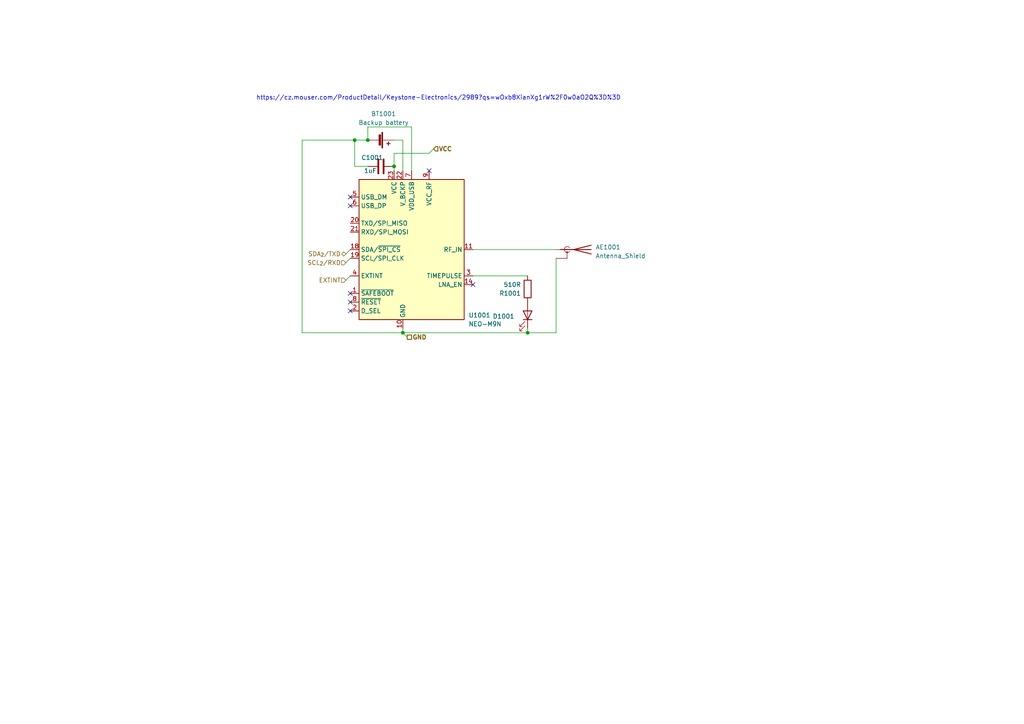
<source format=kicad_sch>
(kicad_sch (version 20211123) (generator eeschema)
  (paper "A4")
  (title_block (title "CanSat 2023") (rev "2022") (company "The Project SkyFall") (comment 1 "David Haisman"))
  (lib_symbols
    (symbol "Device:Antenna_Shield" (pin_numbers hide) (pin_names (offset 1.016) hide)
      (property "Reference" "AE" (at -1.905 4.445 0))
      (property "Value" "Antenna_Shield" (at -1.905 2.54 0))
      (symbol "Antenna_Shield_0_1"
        (arc (start -0.508 -1.143) (mid -0.8429 -2.1194) (end 0 -2.667))
        (arc (start 0 -2.667) (mid 0.7989 -2.1052) (end 0.508 -1.143))
        (polyline (pts (xy 0 -2.54) (xy 0 0)))
        (polyline (pts (xy 0 5.08) (xy 0 -3.81)) (stroke (width 0.254)))
        (polyline (pts (xy 0.762 -1.905) (xy 2.54 -1.905)))
        (polyline (pts (xy 2.54 -2.54) (xy 2.54 -1.905)))
        (polyline (pts (xy 1.27 5.08) (xy 0 0) (xy -1.27 5.08)) (stroke (width 0.254)))
        (circle (center 0.762 -1.905) (radius 0.1778) (fill (type outline)))
      )
      (symbol "Antenna_Shield_1_1"
        (pin input line (at 0 -5.08 90) (length 2.54) (name "A") (number "1"))
        (pin input line (at 2.54 -5.08 90) (length 2.54) (name "Shield") (number "2"))
      )
    )
    (symbol "Device:Battery_Cell" (pin_numbers hide) (pin_names (offset 0) hide)
      (property "Reference" "BT" (at 2.54 2.54 0))
      (property "Value" "Battery_Cell" (at 2.54 0 0))
      (symbol "Battery_Cell_0_1"
        (rectangle (start -2.286 1.778) (end 2.286 1.524) (fill (type outline)))
        (rectangle (start -1.5748 1.1938) (end 1.4732 0.6858) (fill (type outline)))
        (polyline (pts (xy 0 0.762) (xy 0 0)))
        (polyline (pts (xy 0 1.778) (xy 0 2.54)))
        (polyline (pts (xy 0.508 3.429) (xy 1.524 3.429)) (stroke (width 0.254)))
        (polyline (pts (xy 1.016 3.937) (xy 1.016 2.921)) (stroke (width 0.254)))
      )
      (symbol "Battery_Cell_1_1"
        (pin passive line (at 0 5.08 270) (length 2.54) (name "+") (number "1"))
        (pin passive line (at 0 -2.54 90) (length 2.54) (name "-") (number "2"))
      )
    )
    (symbol "Device:C" (pin_numbers hide) (pin_names (offset 0.254))
      (property "Reference" "C" (at 0.635 2.54 0))
      (property "Value" "C" (at 0.635 -2.54 0))
      (symbol "C_0_1"
        (polyline (pts (xy -2.032 -0.762) (xy 2.032 -0.762)) (stroke (width 0.508)))
        (polyline (pts (xy -2.032 0.762) (xy 2.032 0.762)) (stroke (width 0.508)))
      )
      (symbol "C_1_1"
        (pin passive line (at 0 3.81 270) (length 2.794) (name "~") (number "1"))
        (pin passive line (at 0 -3.81 90) (length 2.794) (name "~") (number "2"))
      )
    )
    (symbol "Device:LED" (pin_numbers hide) (pin_names (offset 1.016) hide)
      (property "Reference" "D" (at 0 2.54 0))
      (property "Value" "LED" (at 0 -2.54 0))
      (symbol "LED_0_1"
        (polyline (pts (xy -1.27 -1.27) (xy -1.27 1.27)) (stroke (width 0.254)))
        (polyline (pts (xy -1.27 0) (xy 1.27 0)))
        (polyline (pts (xy 1.27 -1.27) (xy 1.27 1.27) (xy -1.27 0) (xy 1.27 -1.27)) (stroke (width 0.254)))
        (polyline (pts (xy -3.048 -0.762) (xy -4.572 -2.286) (xy -3.81 -2.286) (xy -4.572 -2.286) (xy -4.572 -1.524)))
        (polyline (pts (xy -1.778 -0.762) (xy -3.302 -2.286) (xy -2.54 -2.286) (xy -3.302 -2.286) (xy -3.302 -1.524)))
      )
      (symbol "LED_1_1"
        (pin passive line (at -3.81 0 0) (length 2.54) (name "K") (number "1"))
        (pin passive line (at 3.81 0 180) (length 2.54) (name "A") (number "2"))
      )
    )
    (symbol "Device:R" (pin_numbers hide) (pin_names (offset 0))
      (property "Reference" "R" (at 2.032 0 90))
      (property "Value" "R" (at 0 0 90))
      (symbol "R_0_1"
        (rectangle (start -1.016 -2.54) (end 1.016 2.54) (stroke (width 0.254)))
      )
      (symbol "R_1_1"
        (pin passive line (at 0 3.81 270) (length 1.27) (name "~") (number "1"))
        (pin passive line (at 0 -3.81 90) (length 1.27) (name "~") (number "2"))
      )
    )
    (symbol "Dovolená:NEO-M9N"
      (property "Reference" "U" (at -13.97 21.59 0))
      (property "Value" "NEO-M9N" (at 11.43 21.59 0))
      (symbol "NEO-M9N_0_1"
        (rectangle (start -15.24 20.32) (end 15.24 -20.32) (stroke (width 0.254)) (fill (type background)))
      )
      (symbol "NEO-M9N_1_1"
        (pin input line (at -17.78 -12.7 0) (length 2.54) (name "~{SAFEBOOT}") (number "1"))
        (pin power_in line (at -2.54 -22.86 90) (length 2.54) (name "GND") (number "10"))
        (pin input line (at 17.78 0 180) (length 2.54) (name "RF_IN") (number "11"))
        (pin passive line (at 2.54 -22.86 90) (length 2.54) hide (name "GND") (number "12"))
        (pin passive line (at -5.08 -22.86 90) (length 2.54) hide (name "GND") (number "13"))
        (pin output line (at 17.78 -10.16 180) (length 2.54) (name "LNA_EN") (number "14"))
        (pin no_connect line (at 15.24 -12.7 180) (length 2.54) hide (name "RESERVED") (number "15"))
        (pin no_connect line (at 15.24 -15.24 180) (length 2.54) hide (name "RESERVED") (number "16"))
        (pin no_connect line (at 15.24 -17.78 180) (length 2.54) hide (name "RESERVED") (number "17"))
        (pin bidirectional line (at -17.78 0 0) (length 2.54) (name "SDA/~{SPI_CS}") (number "18"))
        (pin input line (at -17.78 -2.54 0) (length 2.54) (name "SCL/SPI_CLK") (number "19"))
        (pin input line (at -17.78 -17.78 0) (length 2.54) (name "D_SEL") (number "2"))
        (pin output line (at -17.78 7.62 0) (length 2.54) (name "TXD/SPI_MISO") (number "20"))
        (pin input line (at -17.78 5.08 0) (length 2.54) (name "RXD/SPI_MOSI") (number "21"))
        (pin power_in line (at -2.54 22.86 270) (length 2.54) (name "V_BCKP") (number "22"))
        (pin power_in line (at -5.08 22.86 270) (length 2.54) (name "VCC") (number "23"))
        (pin passive line (at 0 -22.86 90) (length 2.54) hide (name "GND") (number "24"))
        (pin output line (at 17.78 -7.62 180) (length 2.54) (name "TIMEPULSE") (number "3"))
        (pin input line (at -17.78 -7.62 0) (length 2.54) (name "EXTINT") (number "4"))
        (pin bidirectional line (at -17.78 15.24 0) (length 2.54) (name "USB_DM") (number "5"))
        (pin bidirectional line (at -17.78 12.7 0) (length 2.54) (name "USB_DP") (number "6"))
        (pin power_in line (at 0 22.86 270) (length 2.54) (name "VDD_USB") (number "7"))
        (pin input line (at -17.78 -15.24 0) (length 2.54) (name "~{RESET}") (number "8"))
        (pin power_out line (at 5.08 22.86 270) (length 2.54) (name "VCC_RF") (number "9"))
      )
    )
  )
  (junction (at 106.68 40.64))
  (junction (at 116.84 96.52))
  (junction (at 102.87 40.64))
  (junction (at 153.035 96.52))
  (junction (at 114.3 48.26))
  (no_connect (at 101.6 87.63))
  (no_connect (at 124.46 49.53))
  (no_connect (at 101.6 90.17))
  (no_connect (at 101.6 85.09))
  (no_connect (at 137.16 82.55))
  (no_connect (at 101.6 57.15))
  (no_connect (at 101.6 59.69))
  (wire (pts (xy 114.3 44.45) (xy 124.46 44.45)))
  (wire (pts (xy 116.84 96.52) (xy 153.035 96.52)))
  (wire (pts (xy 114.3 48.26) (xy 114.3 49.53)))
  (wire (pts (xy 119.38 36.83) (xy 106.68 36.83)))
  (wire (pts (xy 102.87 40.64) (xy 106.68 40.64)))
  (wire (pts (xy 119.38 36.83) (xy 119.38 49.53)))
  (wire (pts (xy 137.16 80.01) (xy 153.035 80.01)))
  (wire (pts (xy 153.035 95.25) (xy 153.035 96.52)))
  (wire (pts (xy 87.63 40.64) (xy 102.87 40.64)))
  (wire (pts (xy 116.84 95.25) (xy 116.84 96.52)))
  (wire (pts (xy 161.29 74.93) (xy 161.29 96.52)))
  (wire (pts (xy 114.3 40.64) (xy 116.84 40.64)))
  (wire (pts (xy 125.73 43.18) (xy 124.46 44.45)))
  (wire (pts (xy 100.33 76.2) (xy 101.6 74.93)))
  (wire (pts (xy 116.84 96.52) (xy 87.63 96.52)))
  (wire (pts (xy 102.87 48.26) (xy 102.87 40.64)))
  (wire (pts (xy 106.68 36.83) (xy 106.68 40.64)))
  (wire (pts (xy 106.68 48.26) (xy 102.87 48.26)))
  (wire (pts (xy 114.3 48.26) (xy 114.3 44.45)))
  (wire (pts (xy 116.84 96.52) (xy 118.11 97.79)))
  (wire (pts (xy 137.16 72.39) (xy 161.29 72.39)))
  (wire (pts (xy 153.035 96.52) (xy 161.29 96.52)))
  (wire (pts (xy 100.33 73.66) (xy 101.6 72.39)))
  (wire (pts (xy 87.63 96.52) (xy 87.63 40.64)))
  (wire (pts (xy 116.84 49.53) (xy 116.84 40.64)))
  (wire (pts (xy 100.33 81.28) (xy 101.6 80.01)))
  (text "https://cz.mouser.com/ProductDetail/Keystone-Electronics/2989?qs=wOxb8XianXg1rW%2F0w0aO2Q%3D%3D" (at 74.295 29.21 0) (effects (font (size 1.27 1.27)) (justify left bottom)))
  (hierarchical_label "VCC" (shape input) (at 125.73 43.18 0) (effects (font bold)))
  (hierarchical_label "EXTINT" (shape input) (at 100.33 81.28 180))
  (hierarchical_label "GND" (shape passive) (at 118.11 97.79 0) (effects (font (thickness 0.254) bold)))
  (hierarchical_label "SCL_{2}{slash}RXD" (shape input) (at 100.33 76.2 180))
  (hierarchical_label "SDA_{2}{slash}TXD" (shape bidirectional) (at 100.33 73.66 180))
  (symbol (lib_id "Device:R") (at 153.035 83.82 0) (unit 1)
    (property "Reference" "R1001" (at 151.13 85.0901 0) (effects (justify right)))
    (property "Value" "510R" (at 151.13 82.5501 0) (effects (justify right)))
    (property "Footprint" "Resistor_SMD:R_0402_1005Metric" (effects hide))
  )
  (symbol (lib_id "Device:Battery_Cell") (at 109.22 40.64 270) (unit 1)
    (property "Reference" "BT1001" (at 111.252 33.02 90))
    (property "Value" "Backup battery" (at 111.252 35.56 90))
    (property "Footprint" "CanSat:2989" (effects hide))
  )
  (symbol (lib_id "Device:C") (at 110.49 48.26 90) (unit 1)
    (property "Reference" "C1001" (at 107.95 45.72 90))
    (property "Value" "1uF" (at 109.22 49.53 90) (effects (justify left)))
    (property "Footprint" "Capacitor_SMD:C_0402_1005Metric" (effects hide))
  )
  (symbol (lib_id "Dovolená:NEO-M9N") (at 119.38 72.39 0) (unit 1)
    (property "Reference" "U1001" (at 135.89 91.44 0) (effects (justify left)))
    (property "Value" "NEO-M9N" (at 135.89 93.98 0) (effects (justify left)))
    (property "Footprint" "RF_GPS:ublox_NEO" (effects hide))
    (property "Datasheet" "https://content.u-blox.com/sites/default/files/NEO-M9N-00B_DataSheet_UBX-19014285.pdf" (effects hide))
  )
  (symbol (lib_id "Device:LED") (at 153.035 91.44 270) (mirror x) (unit 1)
    (property "Reference" "D1001" (at 149.225 91.7574 90) (effects (justify right)))
    (property "Value" "FHD1105P-TR" (effects hide))
    (property "Footprint" "Diode_SMD:D_0402_1005Metric" (effects hide))
  )
  (symbol (lib_id "Device:Antenna_Shield") (at 166.37 72.39 270) (unit 1)
    (property "Reference" "AE1001" (at 172.72 71.6914 90) (effects (justify left)))
    (property "Value" "Antenna_Shield" (at 172.72 74.2314 90) (effects (justify left)))
    (property "Footprint" "CanSat:U.FL_Hirose_U.FL-R-SMT-1_Vertical" (effects hide))
  )
)
</source>
